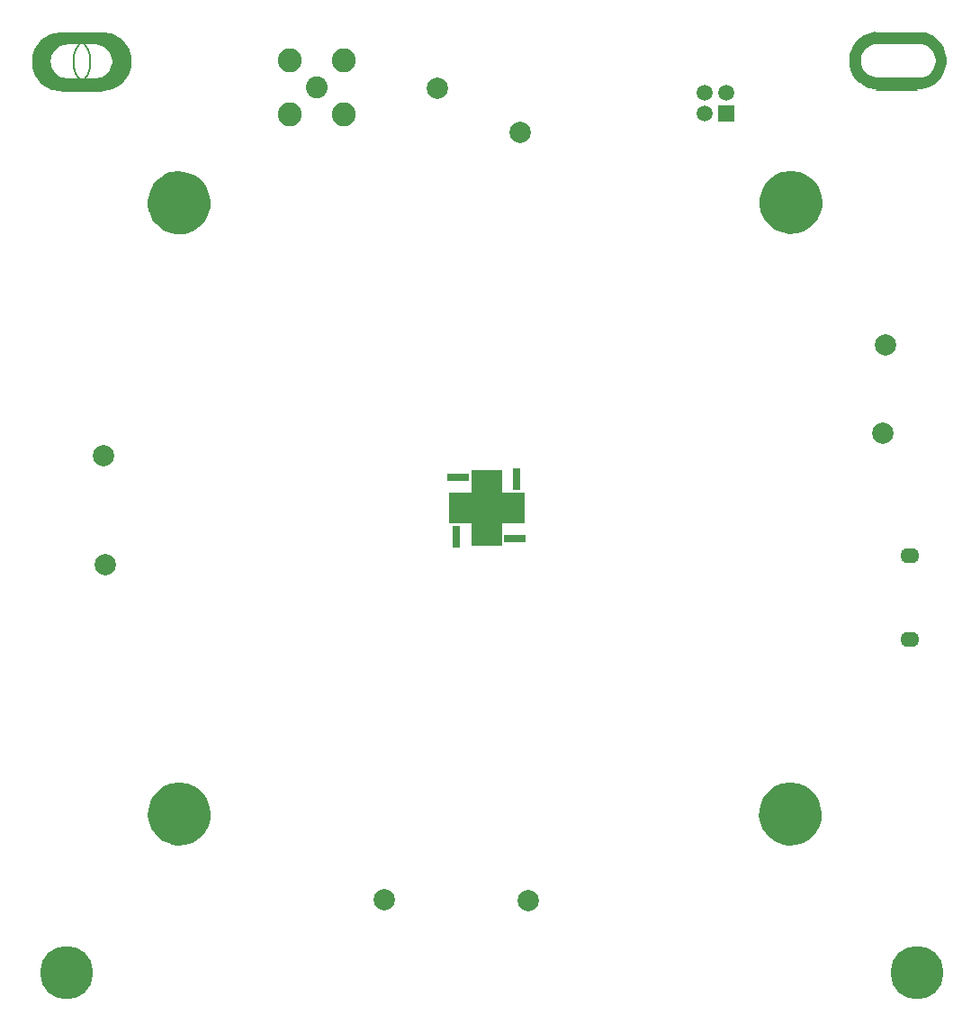
<source format=gbr>
%TF.GenerationSoftware,KiCad,Pcbnew,9.0.0*%
%TF.CreationDate,2025-06-18T13:40:49-07:00*%
%TF.ProjectId,PROVES_Cosmic_Watch,50524f56-4553-45f4-936f-736d69635f57,rev?*%
%TF.SameCoordinates,Original*%
%TF.FileFunction,Soldermask,Top*%
%TF.FilePolarity,Negative*%
%FSLAX46Y46*%
G04 Gerber Fmt 4.6, Leading zero omitted, Abs format (unit mm)*
G04 Created by KiCad (PCBNEW 9.0.0) date 2025-06-18 13:40:49*
%MOMM*%
%LPD*%
G01*
G04 APERTURE LIST*
G04 Aperture macros list*
%AMFreePoly0*
4,1,29,1.435355,3.535355,1.450000,3.500000,1.450000,1.450000,3.500000,1.450000,3.535355,1.435355,3.550000,1.400000,3.550000,-1.400000,3.535355,-1.435355,3.500000,-1.450000,1.450000,-1.450000,1.450000,-3.500000,1.435355,-3.535355,1.400000,-3.550000,-1.400000,-3.550000,-1.435355,-3.535355,-1.450000,-3.500000,-1.450000,-1.450000,-3.500000,-1.450000,-3.535355,-1.435355,-3.550000,-1.400000,
-3.550000,1.400000,-3.535355,1.435355,-3.500000,1.450000,-1.450000,1.450000,-1.450000,3.500000,-1.435355,3.535355,-1.400000,3.550000,1.400000,3.550000,1.435355,3.535355,1.435355,3.535355,$1*%
G04 Aperture macros list end*
%ADD10C,0.150000*%
%ADD11C,0.100000*%
%ADD12C,2.000000*%
%ADD13C,5.000000*%
%ADD14R,1.520000X1.520000*%
%ADD15C,1.520000*%
%ADD16R,0.800000X2.000000*%
%ADD17R,2.000000X0.800000*%
%ADD18FreePoly0,180.000000*%
%ADD19C,2.050000*%
%ADD20C,2.250000*%
%ADD21O,1.800000X1.400000*%
G04 APERTURE END LIST*
D10*
X99351978Y-57095459D02*
G75*
G02*
X93967162Y-57095459I-2692408J0D01*
G01*
X93967162Y-57095459D02*
G75*
G02*
X99351978Y-57095459I2692408J0D01*
G01*
X95566967Y-57120757D02*
G75*
G02*
X90152173Y-57120757I-2707397J0D01*
G01*
X90152173Y-57120757D02*
G75*
G02*
X95566967Y-57120757I2707397J0D01*
G01*
X92859570Y-59817504D02*
X96659570Y-59824011D01*
X96709570Y-54417504D02*
X92909570Y-54424011D01*
D11*
X106620298Y-127830000D02*
G75*
G02*
X101259702Y-127830000I-2680298J0D01*
G01*
X101259702Y-127830000D02*
G75*
G02*
X106620298Y-127830000I2680298J0D01*
G01*
D10*
X169540000Y-59790000D02*
X173340000Y-59796507D01*
D12*
%TO.C,TP5*%
X96925000Y-104375000D03*
%TD*%
D13*
%TO.C,*%
X173330000Y-142780000D03*
%TD*%
%TO.C,*%
X93330000Y-142780000D03*
%TD*%
D12*
%TO.C,TP2*%
X128200000Y-59620000D03*
%TD*%
%TO.C,TP8*%
X136775000Y-135950000D03*
%TD*%
D14*
%TO.C,J2*%
X155380000Y-61990000D03*
D15*
X155380000Y-59990000D03*
X153380000Y-61990000D03*
X153380000Y-59990000D03*
%TD*%
D16*
%TO.C,U4*%
X135675000Y-96360000D03*
D17*
X130135000Y-96200000D03*
D16*
X129975000Y-101740000D03*
D17*
X135515000Y-101900000D03*
D18*
X132825000Y-99050000D03*
%TD*%
D12*
%TO.C,TP3*%
X170360000Y-83720000D03*
%TD*%
%TO.C,TP7*%
X123250000Y-135875000D03*
%TD*%
%TO.C,TP1*%
X136000000Y-63750000D03*
%TD*%
%TO.C,TP6*%
X170090000Y-92060000D03*
%TD*%
D19*
%TO.C,J3*%
X116900000Y-59550000D03*
D20*
X119440000Y-62090000D03*
X119440000Y-57010000D03*
X114360000Y-62090000D03*
X114360000Y-57010000D03*
%TD*%
D12*
%TO.C,TP4*%
X96825000Y-94150000D03*
%TD*%
D21*
%TO.C,J1*%
X172670000Y-111410000D03*
X172670000Y-103510000D03*
%TD*%
G36*
X169552944Y-54327557D02*
G01*
X173448200Y-54318889D01*
X173457690Y-54319226D01*
X174105054Y-54366673D01*
X174144306Y-54376028D01*
X174713296Y-54613108D01*
X174736282Y-54625632D01*
X175197961Y-54943464D01*
X175219746Y-54962491D01*
X175701264Y-55492162D01*
X175716521Y-55512842D01*
X175894669Y-55814467D01*
X175908290Y-55847483D01*
X176150142Y-56798283D01*
X176154022Y-56827840D01*
X176159531Y-57289477D01*
X176151698Y-57334738D01*
X175814372Y-58245638D01*
X175805613Y-58264394D01*
X175618372Y-58592067D01*
X175600181Y-58616485D01*
X175177068Y-59060417D01*
X175161460Y-59074286D01*
X174778417Y-59361568D01*
X174760299Y-59372892D01*
X174465840Y-59523849D01*
X174440824Y-59533471D01*
X173719796Y-59725746D01*
X173687330Y-59730000D01*
X169365207Y-59730000D01*
X169342667Y-59727968D01*
X168824322Y-59633723D01*
X168785646Y-59619885D01*
X168314118Y-59357784D01*
X168302098Y-59350184D01*
X167962346Y-59107504D01*
X167953739Y-59100774D01*
X167754960Y-58930954D01*
X167752786Y-58929054D01*
X167447545Y-58655941D01*
X167422163Y-58624555D01*
X167235768Y-58298364D01*
X167229534Y-58285901D01*
X167061001Y-57896538D01*
X167051607Y-57862115D01*
X167003823Y-57479843D01*
X166954104Y-57090044D01*
X168055637Y-57090044D01*
X168055637Y-57090052D01*
X168091220Y-57337544D01*
X168165458Y-57576299D01*
X168276492Y-57800335D01*
X168276496Y-57800342D01*
X168421518Y-58004001D01*
X168421527Y-58004012D01*
X168596909Y-58182205D01*
X168798259Y-58330460D01*
X168798262Y-58330462D01*
X169020496Y-58445037D01*
X169020500Y-58445039D01*
X169258046Y-58523062D01*
X169504941Y-58562573D01*
X169630042Y-58565023D01*
X173479959Y-58615022D01*
X173605705Y-58612687D01*
X173605708Y-58612686D01*
X173854091Y-58573351D01*
X174093269Y-58495643D01*
X174093271Y-58495642D01*
X174317348Y-58381474D01*
X174520809Y-58233655D01*
X174520810Y-58233654D01*
X174698628Y-58055840D01*
X174698633Y-58055834D01*
X174846456Y-57852378D01*
X174846456Y-57852377D01*
X174960624Y-57628314D01*
X174960627Y-57628306D01*
X175038341Y-57389135D01*
X175077684Y-57140738D01*
X175077684Y-56889261D01*
X175038341Y-56640864D01*
X174960627Y-56401693D01*
X174960624Y-56401685D01*
X174846456Y-56177622D01*
X174846456Y-56177621D01*
X174698633Y-55974165D01*
X174698628Y-55974159D01*
X174520810Y-55796345D01*
X174520809Y-55796344D01*
X174317348Y-55648525D01*
X174093271Y-55534357D01*
X174093269Y-55534356D01*
X173854091Y-55456648D01*
X173605704Y-55417313D01*
X173479967Y-55415022D01*
X169680729Y-55415814D01*
X169679126Y-55415804D01*
X169554917Y-55414249D01*
X169554901Y-55414250D01*
X169306887Y-55445906D01*
X169066975Y-55516353D01*
X168841212Y-55623821D01*
X168635267Y-55765607D01*
X168454309Y-55938154D01*
X168454302Y-55938161D01*
X168302889Y-56137118D01*
X168302884Y-56137126D01*
X168184799Y-56357525D01*
X168103023Y-56593800D01*
X168059603Y-56840049D01*
X168055637Y-57090044D01*
X166954104Y-57090044D01*
X166948381Y-57045175D01*
X166948196Y-57014808D01*
X167015627Y-56429677D01*
X167019647Y-56409487D01*
X167114659Y-56076945D01*
X167119876Y-56062214D01*
X167298729Y-55642013D01*
X167311311Y-55619289D01*
X167634066Y-55156438D01*
X167663516Y-55126457D01*
X168003847Y-54879996D01*
X168286253Y-54644658D01*
X168325467Y-54622467D01*
X169073428Y-54361916D01*
X169094163Y-54356617D01*
X169366195Y-54311278D01*
X169401084Y-54310364D01*
X169552944Y-54327557D01*
G37*
G36*
X103929770Y-67399455D02*
G01*
X104738356Y-67524593D01*
X104766176Y-67532299D01*
X105281379Y-67742196D01*
X105302926Y-67753557D01*
X105813024Y-68090415D01*
X105831055Y-68104909D01*
X106153604Y-68417971D01*
X106169848Y-68437325D01*
X106533533Y-68973282D01*
X106548076Y-69002264D01*
X106709938Y-69468807D01*
X106714380Y-69485133D01*
X106860104Y-70213751D01*
X106862495Y-70240135D01*
X106853001Y-70809761D01*
X106847837Y-70843163D01*
X106656529Y-71484045D01*
X106646282Y-71508479D01*
X106340087Y-72063456D01*
X106322325Y-72087991D01*
X105813082Y-72635668D01*
X105789961Y-72655126D01*
X105156796Y-73067642D01*
X105126704Y-73081910D01*
X104495992Y-73282591D01*
X104468837Y-73287988D01*
X103790235Y-73345335D01*
X103755475Y-73343367D01*
X103183172Y-73228907D01*
X103162770Y-73222970D01*
X102440986Y-72943880D01*
X102407513Y-72924463D01*
X101793043Y-72425206D01*
X101774408Y-72406430D01*
X101392548Y-71929105D01*
X101376267Y-71902460D01*
X101079039Y-71240888D01*
X101070035Y-71211620D01*
X100955186Y-70560808D01*
X100953477Y-70532626D01*
X100982004Y-70000111D01*
X100986233Y-69973979D01*
X101179257Y-69269443D01*
X101188739Y-69245186D01*
X101465691Y-68710381D01*
X101482822Y-68685362D01*
X101914924Y-68195648D01*
X101932032Y-68179610D01*
X102442082Y-67785042D01*
X102464871Y-67771057D01*
X103004664Y-67515366D01*
X103042537Y-67504366D01*
X103895595Y-67398932D01*
X103929770Y-67399455D01*
G37*
G36*
X161487053Y-67352639D02*
G01*
X162295639Y-67477777D01*
X162323459Y-67485483D01*
X162838662Y-67695380D01*
X162860209Y-67706741D01*
X163370307Y-68043599D01*
X163388338Y-68058093D01*
X163710887Y-68371155D01*
X163727131Y-68390509D01*
X164090816Y-68926466D01*
X164105359Y-68955448D01*
X164267221Y-69421991D01*
X164271663Y-69438317D01*
X164417387Y-70166935D01*
X164419778Y-70193319D01*
X164410284Y-70762945D01*
X164405120Y-70796347D01*
X164213812Y-71437229D01*
X164203565Y-71461663D01*
X163897370Y-72016640D01*
X163879608Y-72041175D01*
X163370365Y-72588852D01*
X163347244Y-72608310D01*
X162714079Y-73020826D01*
X162683987Y-73035094D01*
X162053275Y-73235775D01*
X162026120Y-73241172D01*
X161347518Y-73298519D01*
X161312758Y-73296551D01*
X160740455Y-73182091D01*
X160720053Y-73176154D01*
X159998269Y-72897064D01*
X159964796Y-72877647D01*
X159350326Y-72378390D01*
X159331691Y-72359614D01*
X158949831Y-71882289D01*
X158933550Y-71855644D01*
X158636322Y-71194072D01*
X158627318Y-71164804D01*
X158512469Y-70513992D01*
X158510760Y-70485810D01*
X158539287Y-69953295D01*
X158543516Y-69927163D01*
X158736540Y-69222627D01*
X158746022Y-69198370D01*
X159022974Y-68663565D01*
X159040105Y-68638546D01*
X159472207Y-68148832D01*
X159489315Y-68132794D01*
X159999365Y-67738226D01*
X160022154Y-67724241D01*
X160561947Y-67468550D01*
X160599820Y-67457550D01*
X161452878Y-67352116D01*
X161487053Y-67352639D01*
G37*
G36*
X161445312Y-124871174D02*
G01*
X162253898Y-124996312D01*
X162281718Y-125004018D01*
X162796921Y-125213915D01*
X162818468Y-125225276D01*
X163328566Y-125562134D01*
X163346597Y-125576628D01*
X163669146Y-125889690D01*
X163685390Y-125909044D01*
X164049075Y-126445001D01*
X164063618Y-126473983D01*
X164225480Y-126940526D01*
X164229922Y-126956852D01*
X164375646Y-127685470D01*
X164378037Y-127711854D01*
X164368543Y-128281480D01*
X164363379Y-128314882D01*
X164172071Y-128955764D01*
X164161824Y-128980198D01*
X163855629Y-129535175D01*
X163837867Y-129559710D01*
X163328624Y-130107387D01*
X163305503Y-130126845D01*
X162672338Y-130539361D01*
X162642246Y-130553629D01*
X162011534Y-130754310D01*
X161984379Y-130759707D01*
X161305777Y-130817054D01*
X161271017Y-130815086D01*
X160698714Y-130700626D01*
X160678312Y-130694689D01*
X159956528Y-130415599D01*
X159923055Y-130396182D01*
X159308585Y-129896925D01*
X159289950Y-129878149D01*
X158908090Y-129400824D01*
X158891809Y-129374179D01*
X158594581Y-128712607D01*
X158585577Y-128683339D01*
X158470728Y-128032527D01*
X158469019Y-128004345D01*
X158497546Y-127471830D01*
X158501775Y-127445698D01*
X158694799Y-126741162D01*
X158704281Y-126716905D01*
X158981233Y-126182100D01*
X158998364Y-126157081D01*
X159430466Y-125667367D01*
X159447574Y-125651329D01*
X159957624Y-125256761D01*
X159980413Y-125242776D01*
X160520206Y-124987085D01*
X160558079Y-124976085D01*
X161411137Y-124870651D01*
X161445312Y-124871174D01*
G37*
G36*
X92758671Y-54418314D02*
G01*
X96653927Y-54409646D01*
X96663417Y-54409983D01*
X97310781Y-54457430D01*
X97350033Y-54466785D01*
X97919023Y-54703865D01*
X97942009Y-54716389D01*
X98403688Y-55034221D01*
X98425473Y-55053248D01*
X98906991Y-55582919D01*
X98922248Y-55603599D01*
X99100396Y-55905224D01*
X99114017Y-55938240D01*
X99355869Y-56889040D01*
X99359749Y-56918597D01*
X99365258Y-57380234D01*
X99357425Y-57425495D01*
X99020099Y-58336395D01*
X99011340Y-58355151D01*
X98824099Y-58682824D01*
X98805908Y-58707242D01*
X98382795Y-59151174D01*
X98367187Y-59165043D01*
X97984144Y-59452325D01*
X97966026Y-59463649D01*
X97671567Y-59614606D01*
X97646551Y-59624228D01*
X96925523Y-59816503D01*
X96893057Y-59820757D01*
X92570934Y-59820757D01*
X92548394Y-59818725D01*
X92030049Y-59724480D01*
X91991373Y-59710642D01*
X91519845Y-59448541D01*
X91507825Y-59440941D01*
X91168073Y-59198261D01*
X91159466Y-59191531D01*
X90960687Y-59021711D01*
X90958513Y-59019811D01*
X90653272Y-58746698D01*
X90627890Y-58715312D01*
X90441495Y-58389121D01*
X90435261Y-58376658D01*
X90266728Y-57987295D01*
X90257334Y-57952872D01*
X90209550Y-57570600D01*
X90154108Y-57135932D01*
X90153923Y-57105565D01*
X90161243Y-57042049D01*
X91832990Y-57042049D01*
X91848748Y-57291212D01*
X91903527Y-57534780D01*
X91903529Y-57534785D01*
X91995962Y-57766693D01*
X91995963Y-57766695D01*
X92123747Y-57981162D01*
X92123757Y-57981176D01*
X92283699Y-58172847D01*
X92283704Y-58172853D01*
X92471826Y-58336964D01*
X92471835Y-58336970D01*
X92683441Y-58469425D01*
X92683448Y-58469428D01*
X92913282Y-58566931D01*
X92913285Y-58566932D01*
X93155583Y-58627038D01*
X93155602Y-58627041D01*
X93279765Y-58640013D01*
X96029979Y-58665022D01*
X96155705Y-58662687D01*
X96155708Y-58662686D01*
X96404091Y-58623351D01*
X96643269Y-58545643D01*
X96643271Y-58545642D01*
X96867348Y-58431474D01*
X97070809Y-58283655D01*
X97070810Y-58283654D01*
X97248628Y-58105840D01*
X97248633Y-58105834D01*
X97396456Y-57902378D01*
X97396456Y-57902377D01*
X97510624Y-57678314D01*
X97510627Y-57678306D01*
X97588341Y-57439135D01*
X97627684Y-57190738D01*
X97627684Y-56939261D01*
X97588341Y-56690864D01*
X97510627Y-56451693D01*
X97510624Y-56451685D01*
X97396456Y-56227622D01*
X97396456Y-56227621D01*
X97248633Y-56024165D01*
X97248628Y-56024159D01*
X97070810Y-55846345D01*
X97070809Y-55846344D01*
X96867348Y-55698525D01*
X96643271Y-55584357D01*
X96643269Y-55584356D01*
X96404091Y-55506648D01*
X96155704Y-55467313D01*
X96029955Y-55465021D01*
X93329746Y-55490806D01*
X93329723Y-55490806D01*
X93205211Y-55499828D01*
X92961128Y-55552216D01*
X92961114Y-55552220D01*
X92728311Y-55642378D01*
X92728307Y-55642380D01*
X92512597Y-55768057D01*
X92512596Y-55768058D01*
X92319353Y-55926125D01*
X92153401Y-56112638D01*
X92153398Y-56112641D01*
X92018873Y-56322947D01*
X91919128Y-56551806D01*
X91919123Y-56551820D01*
X91856646Y-56793518D01*
X91832990Y-57042049D01*
X90161243Y-57042049D01*
X90221354Y-56520434D01*
X90225374Y-56500244D01*
X90320386Y-56167702D01*
X90325603Y-56152971D01*
X90504456Y-55732770D01*
X90517038Y-55710046D01*
X90839793Y-55247195D01*
X90869243Y-55217214D01*
X91209574Y-54970753D01*
X91491980Y-54735415D01*
X91531194Y-54713224D01*
X92279155Y-54452673D01*
X92299890Y-54447374D01*
X92571922Y-54402035D01*
X92606811Y-54401121D01*
X92758671Y-54418314D01*
G37*
G36*
X103947053Y-124852639D02*
G01*
X104755639Y-124977777D01*
X104783459Y-124985483D01*
X105298662Y-125195380D01*
X105320209Y-125206741D01*
X105830307Y-125543599D01*
X105848338Y-125558093D01*
X106170887Y-125871155D01*
X106187131Y-125890509D01*
X106550816Y-126426466D01*
X106565359Y-126455448D01*
X106727221Y-126921991D01*
X106731663Y-126938317D01*
X106877387Y-127666935D01*
X106879778Y-127693319D01*
X106870284Y-128262945D01*
X106865120Y-128296347D01*
X106673812Y-128937229D01*
X106663565Y-128961663D01*
X106357370Y-129516640D01*
X106339608Y-129541175D01*
X105830365Y-130088852D01*
X105807244Y-130108310D01*
X105174079Y-130520826D01*
X105143987Y-130535094D01*
X104513275Y-130735775D01*
X104486120Y-130741172D01*
X103807518Y-130798519D01*
X103772758Y-130796551D01*
X103200455Y-130682091D01*
X103180053Y-130676154D01*
X102458269Y-130397064D01*
X102424796Y-130377647D01*
X101810326Y-129878390D01*
X101791691Y-129859614D01*
X101409831Y-129382289D01*
X101393550Y-129355644D01*
X101096322Y-128694072D01*
X101087318Y-128664804D01*
X100972469Y-128013992D01*
X100970760Y-127985810D01*
X100999287Y-127453295D01*
X101003516Y-127427163D01*
X101196540Y-126722627D01*
X101206022Y-126698370D01*
X101482974Y-126163565D01*
X101500105Y-126138546D01*
X101932207Y-125648832D01*
X101949315Y-125632794D01*
X102459365Y-125238226D01*
X102482154Y-125224241D01*
X103021947Y-124968550D01*
X103059820Y-124957550D01*
X103912878Y-124852116D01*
X103947053Y-124852639D01*
G37*
M02*

</source>
